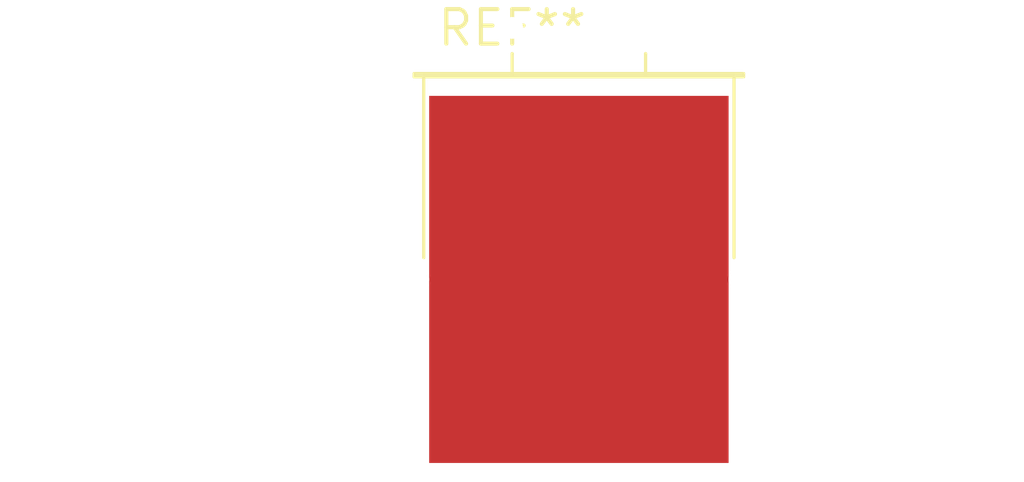
<source format=kicad_pcb>
(kicad_pcb (version 20240108) (generator pcbnew)
  (layers (0 "F.Cu" signal) (31 "B.Cu" signal) (34 "B.Paste" user) (35 "F.Paste" user) (36 "B.SilkS" user "B.Silkscreen") (37 "F.SilkS" user "F.Silkscreen") (38 "B.Mask" user) (39 "F.Mask" user) (44 "Edge.Cuts" user))
  (net 0 "")
  (footprint "Crystal_HC49-U_Horizontal_1EP_style2" (layer "F.Cu") (at 0 0)
    (property "Reference" "REF**")
    (property "Value" "Crystal_HC49-U_Horizontal_1EP_style2")
    (fp_line (start -3.6 1.68) (end 8.5 1.68) (layer "F.SilkS") (stroke (width 0.12)))
    (fp_line (start -3.6 1.8) (end -3.6 1.68) (layer "F.SilkS") (stroke (width 0.12)))
    (fp_line (start -3.25 1.8) (end 8.15 1.8) (layer "F.SilkS") (stroke (width 0.12)))
    (fp_line (start -3.25 8.45) (end -3.25 1.8) (layer "F.SilkS") (stroke (width 0.12)))
    (fp_line (start 0 0.95) (end 0 0.95) (layer "F.SilkS") (stroke (width 0.12)))
    (fp_line (start 0 1.8) (end 0 0.95) (layer "F.SilkS") (stroke (width 0.12)))
    (fp_line (start 4.9 0.95) (end 4.9 0.95) (layer "F.SilkS") (stroke (width 0.12)))
    (fp_line (start 4.9 1.8) (end 4.9 0.95) (layer "F.SilkS") (stroke (width 0.12)))
    (fp_line (start 8.15 1.8) (end 8.15 8.45) (layer "F.SilkS") (stroke (width 0.12)))
    (fp_line (start 8.5 1.68) (end 8.5 1.8) (layer "F.SilkS") (stroke (width 0.12)))
    (fp_line (start 8.5 1.8) (end -3.6 1.8) (layer "F.SilkS") (stroke (width 0.12)))
    (pad "1" thru_hole circle (at 0 0) (size 1.5 1.5) (drill 0.8) (layers *.Cu *.Mask) (remove_unused_layers))
    (pad "2" thru_hole circle (at 4.9 0) (size 1.5 1.5) (drill 0.8) (layers *.Cu *.Mask) (remove_unused_layers))
    (pad "3" thru_hole rect (at -3.45 9.25) (size 1.2 1.2) (drill 0.8) (layers *.Cu *.Mask) (remove_unused_layers))
    (pad "3" smd rect (at 2.45 9.25) (size 11 13.5) (layers "F.Cu" "F.Paste" "F.Mask"))
    (pad "3" thru_hole rect (at 8.35 9.25) (size 1.2 1.2) (drill 0.8) (layers *.Cu *.Mask) (remove_unused_layers))
  )
)
</source>
